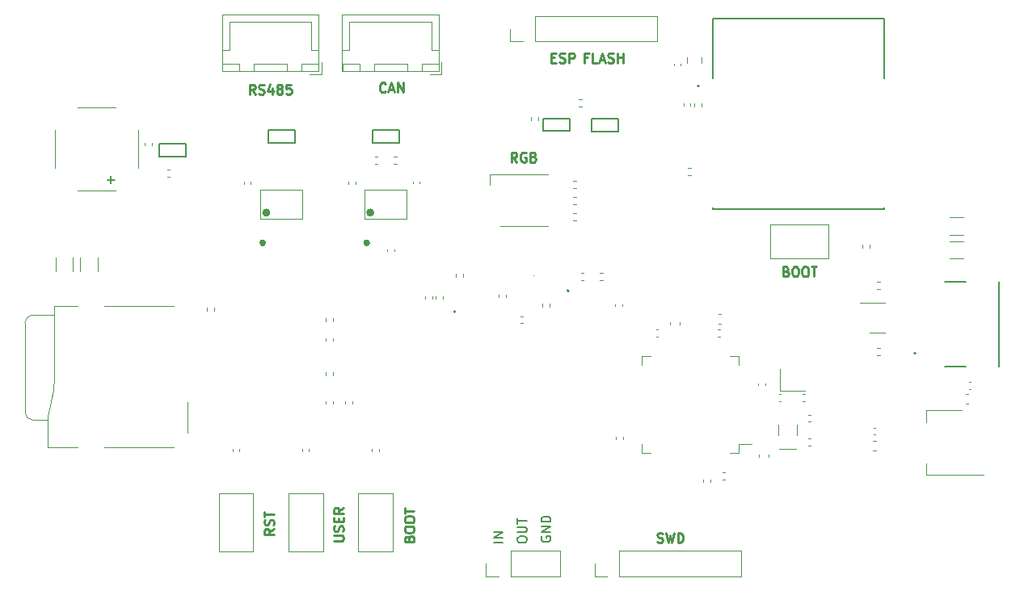
<source format=gbr>
%TF.GenerationSoftware,KiCad,Pcbnew,(7.0.0)*%
%TF.CreationDate,2023-05-17T20:16:57-03:00*%
%TF.ProjectId,d3vk1t,6433766b-3174-42e6-9b69-6361645f7063,rev?*%
%TF.SameCoordinates,Original*%
%TF.FileFunction,Legend,Top*%
%TF.FilePolarity,Positive*%
%FSLAX46Y46*%
G04 Gerber Fmt 4.6, Leading zero omitted, Abs format (unit mm)*
G04 Created by KiCad (PCBNEW (7.0.0)) date 2023-05-17 20:16:57*
%MOMM*%
%LPD*%
G01*
G04 APERTURE LIST*
%ADD10C,0.250000*%
%ADD11C,0.200000*%
%ADD12C,0.150000*%
%ADD13C,0.120000*%
%ADD14C,0.127000*%
%ADD15C,0.100000*%
%ADD16C,0.372000*%
%ADD17C,0.431000*%
%ADD18C,0.200660*%
G04 APERTURE END LIST*
D10*
X163942857Y-124819761D02*
X164085714Y-124867380D01*
X164085714Y-124867380D02*
X164323809Y-124867380D01*
X164323809Y-124867380D02*
X164419047Y-124819761D01*
X164419047Y-124819761D02*
X164466666Y-124772142D01*
X164466666Y-124772142D02*
X164514285Y-124676904D01*
X164514285Y-124676904D02*
X164514285Y-124581666D01*
X164514285Y-124581666D02*
X164466666Y-124486428D01*
X164466666Y-124486428D02*
X164419047Y-124438809D01*
X164419047Y-124438809D02*
X164323809Y-124391190D01*
X164323809Y-124391190D02*
X164133333Y-124343571D01*
X164133333Y-124343571D02*
X164038095Y-124295952D01*
X164038095Y-124295952D02*
X163990476Y-124248333D01*
X163990476Y-124248333D02*
X163942857Y-124153095D01*
X163942857Y-124153095D02*
X163942857Y-124057857D01*
X163942857Y-124057857D02*
X163990476Y-123962619D01*
X163990476Y-123962619D02*
X164038095Y-123915000D01*
X164038095Y-123915000D02*
X164133333Y-123867380D01*
X164133333Y-123867380D02*
X164371428Y-123867380D01*
X164371428Y-123867380D02*
X164514285Y-123915000D01*
X164847619Y-123867380D02*
X165085714Y-124867380D01*
X165085714Y-124867380D02*
X165276190Y-124153095D01*
X165276190Y-124153095D02*
X165466666Y-124867380D01*
X165466666Y-124867380D02*
X165704762Y-123867380D01*
X166085714Y-124867380D02*
X166085714Y-123867380D01*
X166085714Y-123867380D02*
X166323809Y-123867380D01*
X166323809Y-123867380D02*
X166466666Y-123915000D01*
X166466666Y-123915000D02*
X166561904Y-124010238D01*
X166561904Y-124010238D02*
X166609523Y-124105476D01*
X166609523Y-124105476D02*
X166657142Y-124295952D01*
X166657142Y-124295952D02*
X166657142Y-124438809D01*
X166657142Y-124438809D02*
X166609523Y-124629285D01*
X166609523Y-124629285D02*
X166561904Y-124724523D01*
X166561904Y-124724523D02*
X166466666Y-124819761D01*
X166466666Y-124819761D02*
X166323809Y-124867380D01*
X166323809Y-124867380D02*
X166085714Y-124867380D01*
X152847619Y-74043571D02*
X153180952Y-74043571D01*
X153323809Y-74567380D02*
X152847619Y-74567380D01*
X152847619Y-74567380D02*
X152847619Y-73567380D01*
X152847619Y-73567380D02*
X153323809Y-73567380D01*
X153704762Y-74519761D02*
X153847619Y-74567380D01*
X153847619Y-74567380D02*
X154085714Y-74567380D01*
X154085714Y-74567380D02*
X154180952Y-74519761D01*
X154180952Y-74519761D02*
X154228571Y-74472142D01*
X154228571Y-74472142D02*
X154276190Y-74376904D01*
X154276190Y-74376904D02*
X154276190Y-74281666D01*
X154276190Y-74281666D02*
X154228571Y-74186428D01*
X154228571Y-74186428D02*
X154180952Y-74138809D01*
X154180952Y-74138809D02*
X154085714Y-74091190D01*
X154085714Y-74091190D02*
X153895238Y-74043571D01*
X153895238Y-74043571D02*
X153800000Y-73995952D01*
X153800000Y-73995952D02*
X153752381Y-73948333D01*
X153752381Y-73948333D02*
X153704762Y-73853095D01*
X153704762Y-73853095D02*
X153704762Y-73757857D01*
X153704762Y-73757857D02*
X153752381Y-73662619D01*
X153752381Y-73662619D02*
X153800000Y-73615000D01*
X153800000Y-73615000D02*
X153895238Y-73567380D01*
X153895238Y-73567380D02*
X154133333Y-73567380D01*
X154133333Y-73567380D02*
X154276190Y-73615000D01*
X154704762Y-74567380D02*
X154704762Y-73567380D01*
X154704762Y-73567380D02*
X155085714Y-73567380D01*
X155085714Y-73567380D02*
X155180952Y-73615000D01*
X155180952Y-73615000D02*
X155228571Y-73662619D01*
X155228571Y-73662619D02*
X155276190Y-73757857D01*
X155276190Y-73757857D02*
X155276190Y-73900714D01*
X155276190Y-73900714D02*
X155228571Y-73995952D01*
X155228571Y-73995952D02*
X155180952Y-74043571D01*
X155180952Y-74043571D02*
X155085714Y-74091190D01*
X155085714Y-74091190D02*
X154704762Y-74091190D01*
X156638095Y-74043571D02*
X156304762Y-74043571D01*
X156304762Y-74567380D02*
X156304762Y-73567380D01*
X156304762Y-73567380D02*
X156780952Y-73567380D01*
X157638095Y-74567380D02*
X157161905Y-74567380D01*
X157161905Y-74567380D02*
X157161905Y-73567380D01*
X157923810Y-74281666D02*
X158400000Y-74281666D01*
X157828572Y-74567380D02*
X158161905Y-73567380D01*
X158161905Y-73567380D02*
X158495238Y-74567380D01*
X158780953Y-74519761D02*
X158923810Y-74567380D01*
X158923810Y-74567380D02*
X159161905Y-74567380D01*
X159161905Y-74567380D02*
X159257143Y-74519761D01*
X159257143Y-74519761D02*
X159304762Y-74472142D01*
X159304762Y-74472142D02*
X159352381Y-74376904D01*
X159352381Y-74376904D02*
X159352381Y-74281666D01*
X159352381Y-74281666D02*
X159304762Y-74186428D01*
X159304762Y-74186428D02*
X159257143Y-74138809D01*
X159257143Y-74138809D02*
X159161905Y-74091190D01*
X159161905Y-74091190D02*
X158971429Y-74043571D01*
X158971429Y-74043571D02*
X158876191Y-73995952D01*
X158876191Y-73995952D02*
X158828572Y-73948333D01*
X158828572Y-73948333D02*
X158780953Y-73853095D01*
X158780953Y-73853095D02*
X158780953Y-73757857D01*
X158780953Y-73757857D02*
X158828572Y-73662619D01*
X158828572Y-73662619D02*
X158876191Y-73615000D01*
X158876191Y-73615000D02*
X158971429Y-73567380D01*
X158971429Y-73567380D02*
X159209524Y-73567380D01*
X159209524Y-73567380D02*
X159352381Y-73615000D01*
X159780953Y-74567380D02*
X159780953Y-73567380D01*
X159780953Y-74043571D02*
X160352381Y-74043571D01*
X160352381Y-74567380D02*
X160352381Y-73567380D01*
X177442857Y-96443571D02*
X177585714Y-96491190D01*
X177585714Y-96491190D02*
X177633333Y-96538809D01*
X177633333Y-96538809D02*
X177680952Y-96634047D01*
X177680952Y-96634047D02*
X177680952Y-96776904D01*
X177680952Y-96776904D02*
X177633333Y-96872142D01*
X177633333Y-96872142D02*
X177585714Y-96919761D01*
X177585714Y-96919761D02*
X177490476Y-96967380D01*
X177490476Y-96967380D02*
X177109524Y-96967380D01*
X177109524Y-96967380D02*
X177109524Y-95967380D01*
X177109524Y-95967380D02*
X177442857Y-95967380D01*
X177442857Y-95967380D02*
X177538095Y-96015000D01*
X177538095Y-96015000D02*
X177585714Y-96062619D01*
X177585714Y-96062619D02*
X177633333Y-96157857D01*
X177633333Y-96157857D02*
X177633333Y-96253095D01*
X177633333Y-96253095D02*
X177585714Y-96348333D01*
X177585714Y-96348333D02*
X177538095Y-96395952D01*
X177538095Y-96395952D02*
X177442857Y-96443571D01*
X177442857Y-96443571D02*
X177109524Y-96443571D01*
X178300000Y-95967380D02*
X178490476Y-95967380D01*
X178490476Y-95967380D02*
X178585714Y-96015000D01*
X178585714Y-96015000D02*
X178680952Y-96110238D01*
X178680952Y-96110238D02*
X178728571Y-96300714D01*
X178728571Y-96300714D02*
X178728571Y-96634047D01*
X178728571Y-96634047D02*
X178680952Y-96824523D01*
X178680952Y-96824523D02*
X178585714Y-96919761D01*
X178585714Y-96919761D02*
X178490476Y-96967380D01*
X178490476Y-96967380D02*
X178300000Y-96967380D01*
X178300000Y-96967380D02*
X178204762Y-96919761D01*
X178204762Y-96919761D02*
X178109524Y-96824523D01*
X178109524Y-96824523D02*
X178061905Y-96634047D01*
X178061905Y-96634047D02*
X178061905Y-96300714D01*
X178061905Y-96300714D02*
X178109524Y-96110238D01*
X178109524Y-96110238D02*
X178204762Y-96015000D01*
X178204762Y-96015000D02*
X178300000Y-95967380D01*
X179347619Y-95967380D02*
X179538095Y-95967380D01*
X179538095Y-95967380D02*
X179633333Y-96015000D01*
X179633333Y-96015000D02*
X179728571Y-96110238D01*
X179728571Y-96110238D02*
X179776190Y-96300714D01*
X179776190Y-96300714D02*
X179776190Y-96634047D01*
X179776190Y-96634047D02*
X179728571Y-96824523D01*
X179728571Y-96824523D02*
X179633333Y-96919761D01*
X179633333Y-96919761D02*
X179538095Y-96967380D01*
X179538095Y-96967380D02*
X179347619Y-96967380D01*
X179347619Y-96967380D02*
X179252381Y-96919761D01*
X179252381Y-96919761D02*
X179157143Y-96824523D01*
X179157143Y-96824523D02*
X179109524Y-96634047D01*
X179109524Y-96634047D02*
X179109524Y-96300714D01*
X179109524Y-96300714D02*
X179157143Y-96110238D01*
X179157143Y-96110238D02*
X179252381Y-96015000D01*
X179252381Y-96015000D02*
X179347619Y-95967380D01*
X180061905Y-95967380D02*
X180633333Y-95967380D01*
X180347619Y-96967380D02*
X180347619Y-95967380D01*
X130067380Y-124714285D02*
X130876904Y-124714285D01*
X130876904Y-124714285D02*
X130972142Y-124666666D01*
X130972142Y-124666666D02*
X131019761Y-124619047D01*
X131019761Y-124619047D02*
X131067380Y-124523809D01*
X131067380Y-124523809D02*
X131067380Y-124333333D01*
X131067380Y-124333333D02*
X131019761Y-124238095D01*
X131019761Y-124238095D02*
X130972142Y-124190476D01*
X130972142Y-124190476D02*
X130876904Y-124142857D01*
X130876904Y-124142857D02*
X130067380Y-124142857D01*
X131019761Y-123714285D02*
X131067380Y-123571428D01*
X131067380Y-123571428D02*
X131067380Y-123333333D01*
X131067380Y-123333333D02*
X131019761Y-123238095D01*
X131019761Y-123238095D02*
X130972142Y-123190476D01*
X130972142Y-123190476D02*
X130876904Y-123142857D01*
X130876904Y-123142857D02*
X130781666Y-123142857D01*
X130781666Y-123142857D02*
X130686428Y-123190476D01*
X130686428Y-123190476D02*
X130638809Y-123238095D01*
X130638809Y-123238095D02*
X130591190Y-123333333D01*
X130591190Y-123333333D02*
X130543571Y-123523809D01*
X130543571Y-123523809D02*
X130495952Y-123619047D01*
X130495952Y-123619047D02*
X130448333Y-123666666D01*
X130448333Y-123666666D02*
X130353095Y-123714285D01*
X130353095Y-123714285D02*
X130257857Y-123714285D01*
X130257857Y-123714285D02*
X130162619Y-123666666D01*
X130162619Y-123666666D02*
X130115000Y-123619047D01*
X130115000Y-123619047D02*
X130067380Y-123523809D01*
X130067380Y-123523809D02*
X130067380Y-123285714D01*
X130067380Y-123285714D02*
X130115000Y-123142857D01*
X130543571Y-122714285D02*
X130543571Y-122380952D01*
X131067380Y-122238095D02*
X131067380Y-122714285D01*
X131067380Y-122714285D02*
X130067380Y-122714285D01*
X130067380Y-122714285D02*
X130067380Y-122238095D01*
X131067380Y-121238095D02*
X130591190Y-121571428D01*
X131067380Y-121809523D02*
X130067380Y-121809523D01*
X130067380Y-121809523D02*
X130067380Y-121428571D01*
X130067380Y-121428571D02*
X130115000Y-121333333D01*
X130115000Y-121333333D02*
X130162619Y-121285714D01*
X130162619Y-121285714D02*
X130257857Y-121238095D01*
X130257857Y-121238095D02*
X130400714Y-121238095D01*
X130400714Y-121238095D02*
X130495952Y-121285714D01*
X130495952Y-121285714D02*
X130543571Y-121333333D01*
X130543571Y-121333333D02*
X130591190Y-121428571D01*
X130591190Y-121428571D02*
X130591190Y-121809523D01*
D11*
X147782380Y-124861904D02*
X146782380Y-124861904D01*
X147782380Y-124385714D02*
X146782380Y-124385714D01*
X146782380Y-124385714D02*
X147782380Y-123814286D01*
X147782380Y-123814286D02*
X146782380Y-123814286D01*
D10*
X137943571Y-124457142D02*
X137991190Y-124314285D01*
X137991190Y-124314285D02*
X138038809Y-124266666D01*
X138038809Y-124266666D02*
X138134047Y-124219047D01*
X138134047Y-124219047D02*
X138276904Y-124219047D01*
X138276904Y-124219047D02*
X138372142Y-124266666D01*
X138372142Y-124266666D02*
X138419761Y-124314285D01*
X138419761Y-124314285D02*
X138467380Y-124409523D01*
X138467380Y-124409523D02*
X138467380Y-124790475D01*
X138467380Y-124790475D02*
X137467380Y-124790475D01*
X137467380Y-124790475D02*
X137467380Y-124457142D01*
X137467380Y-124457142D02*
X137515000Y-124361904D01*
X137515000Y-124361904D02*
X137562619Y-124314285D01*
X137562619Y-124314285D02*
X137657857Y-124266666D01*
X137657857Y-124266666D02*
X137753095Y-124266666D01*
X137753095Y-124266666D02*
X137848333Y-124314285D01*
X137848333Y-124314285D02*
X137895952Y-124361904D01*
X137895952Y-124361904D02*
X137943571Y-124457142D01*
X137943571Y-124457142D02*
X137943571Y-124790475D01*
X137467380Y-123599999D02*
X137467380Y-123409523D01*
X137467380Y-123409523D02*
X137515000Y-123314285D01*
X137515000Y-123314285D02*
X137610238Y-123219047D01*
X137610238Y-123219047D02*
X137800714Y-123171428D01*
X137800714Y-123171428D02*
X138134047Y-123171428D01*
X138134047Y-123171428D02*
X138324523Y-123219047D01*
X138324523Y-123219047D02*
X138419761Y-123314285D01*
X138419761Y-123314285D02*
X138467380Y-123409523D01*
X138467380Y-123409523D02*
X138467380Y-123599999D01*
X138467380Y-123599999D02*
X138419761Y-123695237D01*
X138419761Y-123695237D02*
X138324523Y-123790475D01*
X138324523Y-123790475D02*
X138134047Y-123838094D01*
X138134047Y-123838094D02*
X137800714Y-123838094D01*
X137800714Y-123838094D02*
X137610238Y-123790475D01*
X137610238Y-123790475D02*
X137515000Y-123695237D01*
X137515000Y-123695237D02*
X137467380Y-123599999D01*
X137467380Y-122552380D02*
X137467380Y-122361904D01*
X137467380Y-122361904D02*
X137515000Y-122266666D01*
X137515000Y-122266666D02*
X137610238Y-122171428D01*
X137610238Y-122171428D02*
X137800714Y-122123809D01*
X137800714Y-122123809D02*
X138134047Y-122123809D01*
X138134047Y-122123809D02*
X138324523Y-122171428D01*
X138324523Y-122171428D02*
X138419761Y-122266666D01*
X138419761Y-122266666D02*
X138467380Y-122361904D01*
X138467380Y-122361904D02*
X138467380Y-122552380D01*
X138467380Y-122552380D02*
X138419761Y-122647618D01*
X138419761Y-122647618D02*
X138324523Y-122742856D01*
X138324523Y-122742856D02*
X138134047Y-122790475D01*
X138134047Y-122790475D02*
X137800714Y-122790475D01*
X137800714Y-122790475D02*
X137610238Y-122742856D01*
X137610238Y-122742856D02*
X137515000Y-122647618D01*
X137515000Y-122647618D02*
X137467380Y-122552380D01*
X137467380Y-121838094D02*
X137467380Y-121266666D01*
X138467380Y-121552380D02*
X137467380Y-121552380D01*
X123767380Y-123447619D02*
X123291190Y-123780952D01*
X123767380Y-124019047D02*
X122767380Y-124019047D01*
X122767380Y-124019047D02*
X122767380Y-123638095D01*
X122767380Y-123638095D02*
X122815000Y-123542857D01*
X122815000Y-123542857D02*
X122862619Y-123495238D01*
X122862619Y-123495238D02*
X122957857Y-123447619D01*
X122957857Y-123447619D02*
X123100714Y-123447619D01*
X123100714Y-123447619D02*
X123195952Y-123495238D01*
X123195952Y-123495238D02*
X123243571Y-123542857D01*
X123243571Y-123542857D02*
X123291190Y-123638095D01*
X123291190Y-123638095D02*
X123291190Y-124019047D01*
X123719761Y-123066666D02*
X123767380Y-122923809D01*
X123767380Y-122923809D02*
X123767380Y-122685714D01*
X123767380Y-122685714D02*
X123719761Y-122590476D01*
X123719761Y-122590476D02*
X123672142Y-122542857D01*
X123672142Y-122542857D02*
X123576904Y-122495238D01*
X123576904Y-122495238D02*
X123481666Y-122495238D01*
X123481666Y-122495238D02*
X123386428Y-122542857D01*
X123386428Y-122542857D02*
X123338809Y-122590476D01*
X123338809Y-122590476D02*
X123291190Y-122685714D01*
X123291190Y-122685714D02*
X123243571Y-122876190D01*
X123243571Y-122876190D02*
X123195952Y-122971428D01*
X123195952Y-122971428D02*
X123148333Y-123019047D01*
X123148333Y-123019047D02*
X123053095Y-123066666D01*
X123053095Y-123066666D02*
X122957857Y-123066666D01*
X122957857Y-123066666D02*
X122862619Y-123019047D01*
X122862619Y-123019047D02*
X122815000Y-122971428D01*
X122815000Y-122971428D02*
X122767380Y-122876190D01*
X122767380Y-122876190D02*
X122767380Y-122638095D01*
X122767380Y-122638095D02*
X122815000Y-122495238D01*
X122767380Y-122209523D02*
X122767380Y-121638095D01*
X123767380Y-121923809D02*
X122767380Y-121923809D01*
D11*
X149282380Y-124671428D02*
X149282380Y-124480952D01*
X149282380Y-124480952D02*
X149330000Y-124385714D01*
X149330000Y-124385714D02*
X149425238Y-124290476D01*
X149425238Y-124290476D02*
X149615714Y-124242857D01*
X149615714Y-124242857D02*
X149949047Y-124242857D01*
X149949047Y-124242857D02*
X150139523Y-124290476D01*
X150139523Y-124290476D02*
X150234761Y-124385714D01*
X150234761Y-124385714D02*
X150282380Y-124480952D01*
X150282380Y-124480952D02*
X150282380Y-124671428D01*
X150282380Y-124671428D02*
X150234761Y-124766666D01*
X150234761Y-124766666D02*
X150139523Y-124861904D01*
X150139523Y-124861904D02*
X149949047Y-124909523D01*
X149949047Y-124909523D02*
X149615714Y-124909523D01*
X149615714Y-124909523D02*
X149425238Y-124861904D01*
X149425238Y-124861904D02*
X149330000Y-124766666D01*
X149330000Y-124766666D02*
X149282380Y-124671428D01*
X149282380Y-123814285D02*
X150091904Y-123814285D01*
X150091904Y-123814285D02*
X150187142Y-123766666D01*
X150187142Y-123766666D02*
X150234761Y-123719047D01*
X150234761Y-123719047D02*
X150282380Y-123623809D01*
X150282380Y-123623809D02*
X150282380Y-123433333D01*
X150282380Y-123433333D02*
X150234761Y-123338095D01*
X150234761Y-123338095D02*
X150187142Y-123290476D01*
X150187142Y-123290476D02*
X150091904Y-123242857D01*
X150091904Y-123242857D02*
X149282380Y-123242857D01*
X149282380Y-122909523D02*
X149282380Y-122338095D01*
X150282380Y-122623809D02*
X149282380Y-122623809D01*
X151830000Y-124238095D02*
X151782380Y-124333333D01*
X151782380Y-124333333D02*
X151782380Y-124476190D01*
X151782380Y-124476190D02*
X151830000Y-124619047D01*
X151830000Y-124619047D02*
X151925238Y-124714285D01*
X151925238Y-124714285D02*
X152020476Y-124761904D01*
X152020476Y-124761904D02*
X152210952Y-124809523D01*
X152210952Y-124809523D02*
X152353809Y-124809523D01*
X152353809Y-124809523D02*
X152544285Y-124761904D01*
X152544285Y-124761904D02*
X152639523Y-124714285D01*
X152639523Y-124714285D02*
X152734761Y-124619047D01*
X152734761Y-124619047D02*
X152782380Y-124476190D01*
X152782380Y-124476190D02*
X152782380Y-124380952D01*
X152782380Y-124380952D02*
X152734761Y-124238095D01*
X152734761Y-124238095D02*
X152687142Y-124190476D01*
X152687142Y-124190476D02*
X152353809Y-124190476D01*
X152353809Y-124190476D02*
X152353809Y-124380952D01*
X152782380Y-123761904D02*
X151782380Y-123761904D01*
X151782380Y-123761904D02*
X152782380Y-123190476D01*
X152782380Y-123190476D02*
X151782380Y-123190476D01*
X152782380Y-122714285D02*
X151782380Y-122714285D01*
X151782380Y-122714285D02*
X151782380Y-122476190D01*
X151782380Y-122476190D02*
X151830000Y-122333333D01*
X151830000Y-122333333D02*
X151925238Y-122238095D01*
X151925238Y-122238095D02*
X152020476Y-122190476D01*
X152020476Y-122190476D02*
X152210952Y-122142857D01*
X152210952Y-122142857D02*
X152353809Y-122142857D01*
X152353809Y-122142857D02*
X152544285Y-122190476D01*
X152544285Y-122190476D02*
X152639523Y-122238095D01*
X152639523Y-122238095D02*
X152734761Y-122333333D01*
X152734761Y-122333333D02*
X152782380Y-122476190D01*
X152782380Y-122476190D02*
X152782380Y-122714285D01*
D10*
X121804761Y-77867380D02*
X121471428Y-77391190D01*
X121233333Y-77867380D02*
X121233333Y-76867380D01*
X121233333Y-76867380D02*
X121614285Y-76867380D01*
X121614285Y-76867380D02*
X121709523Y-76915000D01*
X121709523Y-76915000D02*
X121757142Y-76962619D01*
X121757142Y-76962619D02*
X121804761Y-77057857D01*
X121804761Y-77057857D02*
X121804761Y-77200714D01*
X121804761Y-77200714D02*
X121757142Y-77295952D01*
X121757142Y-77295952D02*
X121709523Y-77343571D01*
X121709523Y-77343571D02*
X121614285Y-77391190D01*
X121614285Y-77391190D02*
X121233333Y-77391190D01*
X122185714Y-77819761D02*
X122328571Y-77867380D01*
X122328571Y-77867380D02*
X122566666Y-77867380D01*
X122566666Y-77867380D02*
X122661904Y-77819761D01*
X122661904Y-77819761D02*
X122709523Y-77772142D01*
X122709523Y-77772142D02*
X122757142Y-77676904D01*
X122757142Y-77676904D02*
X122757142Y-77581666D01*
X122757142Y-77581666D02*
X122709523Y-77486428D01*
X122709523Y-77486428D02*
X122661904Y-77438809D01*
X122661904Y-77438809D02*
X122566666Y-77391190D01*
X122566666Y-77391190D02*
X122376190Y-77343571D01*
X122376190Y-77343571D02*
X122280952Y-77295952D01*
X122280952Y-77295952D02*
X122233333Y-77248333D01*
X122233333Y-77248333D02*
X122185714Y-77153095D01*
X122185714Y-77153095D02*
X122185714Y-77057857D01*
X122185714Y-77057857D02*
X122233333Y-76962619D01*
X122233333Y-76962619D02*
X122280952Y-76915000D01*
X122280952Y-76915000D02*
X122376190Y-76867380D01*
X122376190Y-76867380D02*
X122614285Y-76867380D01*
X122614285Y-76867380D02*
X122757142Y-76915000D01*
X123614285Y-77200714D02*
X123614285Y-77867380D01*
X123376190Y-76819761D02*
X123138095Y-77534047D01*
X123138095Y-77534047D02*
X123757142Y-77534047D01*
X124280952Y-77295952D02*
X124185714Y-77248333D01*
X124185714Y-77248333D02*
X124138095Y-77200714D01*
X124138095Y-77200714D02*
X124090476Y-77105476D01*
X124090476Y-77105476D02*
X124090476Y-77057857D01*
X124090476Y-77057857D02*
X124138095Y-76962619D01*
X124138095Y-76962619D02*
X124185714Y-76915000D01*
X124185714Y-76915000D02*
X124280952Y-76867380D01*
X124280952Y-76867380D02*
X124471428Y-76867380D01*
X124471428Y-76867380D02*
X124566666Y-76915000D01*
X124566666Y-76915000D02*
X124614285Y-76962619D01*
X124614285Y-76962619D02*
X124661904Y-77057857D01*
X124661904Y-77057857D02*
X124661904Y-77105476D01*
X124661904Y-77105476D02*
X124614285Y-77200714D01*
X124614285Y-77200714D02*
X124566666Y-77248333D01*
X124566666Y-77248333D02*
X124471428Y-77295952D01*
X124471428Y-77295952D02*
X124280952Y-77295952D01*
X124280952Y-77295952D02*
X124185714Y-77343571D01*
X124185714Y-77343571D02*
X124138095Y-77391190D01*
X124138095Y-77391190D02*
X124090476Y-77486428D01*
X124090476Y-77486428D02*
X124090476Y-77676904D01*
X124090476Y-77676904D02*
X124138095Y-77772142D01*
X124138095Y-77772142D02*
X124185714Y-77819761D01*
X124185714Y-77819761D02*
X124280952Y-77867380D01*
X124280952Y-77867380D02*
X124471428Y-77867380D01*
X124471428Y-77867380D02*
X124566666Y-77819761D01*
X124566666Y-77819761D02*
X124614285Y-77772142D01*
X124614285Y-77772142D02*
X124661904Y-77676904D01*
X124661904Y-77676904D02*
X124661904Y-77486428D01*
X124661904Y-77486428D02*
X124614285Y-77391190D01*
X124614285Y-77391190D02*
X124566666Y-77343571D01*
X124566666Y-77343571D02*
X124471428Y-77295952D01*
X125566666Y-76867380D02*
X125090476Y-76867380D01*
X125090476Y-76867380D02*
X125042857Y-77343571D01*
X125042857Y-77343571D02*
X125090476Y-77295952D01*
X125090476Y-77295952D02*
X125185714Y-77248333D01*
X125185714Y-77248333D02*
X125423809Y-77248333D01*
X125423809Y-77248333D02*
X125519047Y-77295952D01*
X125519047Y-77295952D02*
X125566666Y-77343571D01*
X125566666Y-77343571D02*
X125614285Y-77438809D01*
X125614285Y-77438809D02*
X125614285Y-77676904D01*
X125614285Y-77676904D02*
X125566666Y-77772142D01*
X125566666Y-77772142D02*
X125519047Y-77819761D01*
X125519047Y-77819761D02*
X125423809Y-77867380D01*
X125423809Y-77867380D02*
X125185714Y-77867380D01*
X125185714Y-77867380D02*
X125090476Y-77819761D01*
X125090476Y-77819761D02*
X125042857Y-77772142D01*
X149209523Y-84967380D02*
X148876190Y-84491190D01*
X148638095Y-84967380D02*
X148638095Y-83967380D01*
X148638095Y-83967380D02*
X149019047Y-83967380D01*
X149019047Y-83967380D02*
X149114285Y-84015000D01*
X149114285Y-84015000D02*
X149161904Y-84062619D01*
X149161904Y-84062619D02*
X149209523Y-84157857D01*
X149209523Y-84157857D02*
X149209523Y-84300714D01*
X149209523Y-84300714D02*
X149161904Y-84395952D01*
X149161904Y-84395952D02*
X149114285Y-84443571D01*
X149114285Y-84443571D02*
X149019047Y-84491190D01*
X149019047Y-84491190D02*
X148638095Y-84491190D01*
X150161904Y-84015000D02*
X150066666Y-83967380D01*
X150066666Y-83967380D02*
X149923809Y-83967380D01*
X149923809Y-83967380D02*
X149780952Y-84015000D01*
X149780952Y-84015000D02*
X149685714Y-84110238D01*
X149685714Y-84110238D02*
X149638095Y-84205476D01*
X149638095Y-84205476D02*
X149590476Y-84395952D01*
X149590476Y-84395952D02*
X149590476Y-84538809D01*
X149590476Y-84538809D02*
X149638095Y-84729285D01*
X149638095Y-84729285D02*
X149685714Y-84824523D01*
X149685714Y-84824523D02*
X149780952Y-84919761D01*
X149780952Y-84919761D02*
X149923809Y-84967380D01*
X149923809Y-84967380D02*
X150019047Y-84967380D01*
X150019047Y-84967380D02*
X150161904Y-84919761D01*
X150161904Y-84919761D02*
X150209523Y-84872142D01*
X150209523Y-84872142D02*
X150209523Y-84538809D01*
X150209523Y-84538809D02*
X150019047Y-84538809D01*
X150971428Y-84443571D02*
X151114285Y-84491190D01*
X151114285Y-84491190D02*
X151161904Y-84538809D01*
X151161904Y-84538809D02*
X151209523Y-84634047D01*
X151209523Y-84634047D02*
X151209523Y-84776904D01*
X151209523Y-84776904D02*
X151161904Y-84872142D01*
X151161904Y-84872142D02*
X151114285Y-84919761D01*
X151114285Y-84919761D02*
X151019047Y-84967380D01*
X151019047Y-84967380D02*
X150638095Y-84967380D01*
X150638095Y-84967380D02*
X150638095Y-83967380D01*
X150638095Y-83967380D02*
X150971428Y-83967380D01*
X150971428Y-83967380D02*
X151066666Y-84015000D01*
X151066666Y-84015000D02*
X151114285Y-84062619D01*
X151114285Y-84062619D02*
X151161904Y-84157857D01*
X151161904Y-84157857D02*
X151161904Y-84253095D01*
X151161904Y-84253095D02*
X151114285Y-84348333D01*
X151114285Y-84348333D02*
X151066666Y-84395952D01*
X151066666Y-84395952D02*
X150971428Y-84443571D01*
X150971428Y-84443571D02*
X150638095Y-84443571D01*
X135457142Y-77572142D02*
X135409523Y-77619761D01*
X135409523Y-77619761D02*
X135266666Y-77667380D01*
X135266666Y-77667380D02*
X135171428Y-77667380D01*
X135171428Y-77667380D02*
X135028571Y-77619761D01*
X135028571Y-77619761D02*
X134933333Y-77524523D01*
X134933333Y-77524523D02*
X134885714Y-77429285D01*
X134885714Y-77429285D02*
X134838095Y-77238809D01*
X134838095Y-77238809D02*
X134838095Y-77095952D01*
X134838095Y-77095952D02*
X134885714Y-76905476D01*
X134885714Y-76905476D02*
X134933333Y-76810238D01*
X134933333Y-76810238D02*
X135028571Y-76715000D01*
X135028571Y-76715000D02*
X135171428Y-76667380D01*
X135171428Y-76667380D02*
X135266666Y-76667380D01*
X135266666Y-76667380D02*
X135409523Y-76715000D01*
X135409523Y-76715000D02*
X135457142Y-76762619D01*
X135838095Y-77381666D02*
X136314285Y-77381666D01*
X135742857Y-77667380D02*
X136076190Y-76667380D01*
X136076190Y-76667380D02*
X136409523Y-77667380D01*
X136742857Y-77667380D02*
X136742857Y-76667380D01*
X136742857Y-76667380D02*
X137314285Y-77667380D01*
X137314285Y-77667380D02*
X137314285Y-76667380D01*
D12*
%TO.C,BZ1*%
X106686428Y-87230951D02*
X106686428Y-86469047D01*
X107067380Y-86849999D02*
X106305476Y-86849999D01*
D13*
%TO.C,J1*%
X145990000Y-128430000D02*
X145990000Y-127100000D01*
X147320000Y-128430000D02*
X145990000Y-128430000D01*
X148590000Y-128430000D02*
X153730000Y-128430000D01*
X148590000Y-128430000D02*
X148590000Y-125770000D01*
X153730000Y-128430000D02*
X153730000Y-125770000D01*
X148590000Y-125770000D02*
X153730000Y-125770000D01*
%TO.C,C28*%
X179407836Y-110060000D02*
X179192164Y-110060000D01*
X179407836Y-109340000D02*
X179192164Y-109340000D01*
%TO.C,R3*%
X168596608Y-78852913D02*
X168596608Y-79160195D01*
X167836608Y-78852913D02*
X167836608Y-79160195D01*
D14*
%TO.C,U1*%
X169750000Y-69900000D02*
X169750000Y-76230000D01*
X169750000Y-89900000D02*
X169750000Y-89770000D01*
X169750000Y-89900000D02*
X187750000Y-89900000D01*
X187750000Y-69900000D02*
X169750000Y-69900000D01*
X187750000Y-76230000D02*
X187750000Y-69900000D01*
X187750000Y-89900000D02*
X187750000Y-89770000D01*
D11*
X168350000Y-77000000D02*
G75*
G03*
X168350000Y-77000000I-100000J0D01*
G01*
D13*
%TO.C,C3*%
X159640000Y-114007836D02*
X159640000Y-113792164D01*
X160360000Y-114007836D02*
X160360000Y-113792164D01*
%TO.C,C23*%
X186787836Y-113560000D02*
X186572164Y-113560000D01*
X186787836Y-112840000D02*
X186572164Y-112840000D01*
%TO.C,C4*%
X175260000Y-108192164D02*
X175260000Y-108407836D01*
X174540000Y-108192164D02*
X174540000Y-108407836D01*
%TO.C,D1*%
X146400000Y-86300000D02*
X152500000Y-86300000D01*
X146400000Y-87400000D02*
X146400000Y-86300000D01*
X152500000Y-91700000D02*
X147500000Y-91700000D01*
%TO.C,C18*%
X140740000Y-99295336D02*
X140740000Y-99079664D01*
X141460000Y-99295336D02*
X141460000Y-99079664D01*
%TO.C,SW1*%
X175740000Y-91490000D02*
X181860000Y-91490000D01*
X175740000Y-95110000D02*
X175740000Y-91490000D01*
X181860000Y-91490000D02*
X181860000Y-95110000D01*
X181860000Y-95110000D02*
X175740000Y-95110000D01*
%TO.C,SW4*%
X132590000Y-125860000D02*
X132590000Y-119740000D01*
X136210000Y-125860000D02*
X132590000Y-125860000D01*
X132590000Y-119740000D02*
X136210000Y-119740000D01*
X136210000Y-119740000D02*
X136210000Y-125860000D01*
%TO.C,IC7*%
X187000000Y-99740000D02*
X185200000Y-99740000D01*
X187000000Y-99740000D02*
X187800000Y-99740000D01*
X187000000Y-102860000D02*
X186200000Y-102860000D01*
X187000000Y-102860000D02*
X187800000Y-102860000D01*
%TO.C,R22*%
X136336359Y-84410500D02*
X136643641Y-84410500D01*
X136336359Y-85170500D02*
X136643641Y-85170500D01*
%TO.C,C16*%
X149621119Y-101145870D02*
X149836791Y-101145870D01*
X149621119Y-101865870D02*
X149836791Y-101865870D01*
D15*
%TO.C,IC5*%
X133241000Y-90923000D02*
X133495000Y-90923000D01*
X133495000Y-90923000D02*
X137686000Y-90923000D01*
X137686000Y-90923000D02*
X137686000Y-87875000D01*
X133241000Y-87875000D02*
X133241000Y-90923000D01*
X137686000Y-87875000D02*
X133241000Y-87875000D01*
D16*
X133681000Y-93463000D02*
G75*
G03*
X133681000Y-93463000I-186000J0D01*
G01*
D17*
X134091500Y-90288000D02*
G75*
G03*
X134091500Y-90288000I-215500J0D01*
G01*
D13*
%TO.C,R23*%
X131980000Y-110046359D02*
X131980000Y-110353641D01*
X131220000Y-110046359D02*
X131220000Y-110353641D01*
%TO.C,R18*%
X155146359Y-86920000D02*
X155453641Y-86920000D01*
X155146359Y-87680000D02*
X155453641Y-87680000D01*
%TO.C,IC1*%
X172510000Y-115510000D02*
X172510000Y-114560000D01*
X172510000Y-114560000D02*
X173850000Y-114560000D01*
X172510000Y-105290000D02*
X172510000Y-106240000D01*
X171560000Y-115510000D02*
X172510000Y-115510000D01*
X171560000Y-105290000D02*
X172510000Y-105290000D01*
X163240000Y-115510000D02*
X162290000Y-115510000D01*
X163240000Y-105290000D02*
X162290000Y-105290000D01*
X162290000Y-115510000D02*
X162290000Y-114560000D01*
X162290000Y-105290000D02*
X162290000Y-106240000D01*
%TO.C,C11*%
X167065000Y-74561252D02*
X167065000Y-74038748D01*
X168535000Y-74561252D02*
X168535000Y-74038748D01*
%TO.C,R4*%
X186177944Y-93658815D02*
X186177944Y-93966097D01*
X185417944Y-93658815D02*
X185417944Y-93966097D01*
%TO.C,C14*%
X100890000Y-96411252D02*
X100890000Y-94988748D01*
X102710000Y-96411252D02*
X102710000Y-94988748D01*
%TO.C,Y2*%
X176750000Y-106650000D02*
X176750000Y-108950000D01*
X176750000Y-108950000D02*
X179450000Y-108950000D01*
%TO.C,R6*%
X194545084Y-93290000D02*
X195999212Y-93290000D01*
X194545084Y-95110000D02*
X195999212Y-95110000D01*
%TO.C,R11*%
X142864664Y-97021999D02*
X142864664Y-96714717D01*
X143624664Y-97021999D02*
X143624664Y-96714717D01*
%TO.C,SW3*%
X125290000Y-125860000D02*
X125290000Y-119740000D01*
X128910000Y-125860000D02*
X125290000Y-125860000D01*
X125290000Y-119740000D02*
X128910000Y-119740000D01*
X128910000Y-119740000D02*
X128910000Y-125860000D01*
%TO.C,C20*%
X196807836Y-108760000D02*
X196592164Y-108760000D01*
X196807836Y-108040000D02*
X196592164Y-108040000D01*
D18*
%TO.C,D2*%
X136899540Y-82940740D02*
X134100460Y-82940740D01*
X136899540Y-81640260D02*
X136899540Y-82940740D01*
X134100460Y-82940740D02*
X134100460Y-81640260D01*
X134100460Y-81640260D02*
X136899540Y-81640260D01*
D13*
%TO.C,R21*%
X134336359Y-84410500D02*
X134643641Y-84410500D01*
X134336359Y-85170500D02*
X134643641Y-85170500D01*
%TO.C,C27*%
X120648409Y-87255913D02*
X120648409Y-87040241D01*
X121368409Y-87255913D02*
X121368409Y-87040241D01*
D11*
%TO.C,IC4*%
X142800000Y-100687500D02*
G75*
G03*
X142800000Y-100687500I-100000J0D01*
G01*
D13*
%TO.C,C1*%
X170292164Y-102540000D02*
X170507836Y-102540000D01*
X170292164Y-103260000D02*
X170507836Y-103260000D01*
%TO.C,C26*%
X138330996Y-87251775D02*
X138330996Y-87036103D01*
X139050996Y-87251775D02*
X139050996Y-87036103D01*
%TO.C,C31*%
X179792164Y-111490546D02*
X180007836Y-111490546D01*
X179792164Y-112210546D02*
X180007836Y-112210546D01*
%TO.C,Y1*%
X176700000Y-115050000D02*
X178500000Y-115050000D01*
X176650000Y-113650000D02*
X176650000Y-112550000D01*
X178550000Y-113650000D02*
X178550000Y-112550000D01*
%TO.C,C25*%
X135671490Y-94357311D02*
X135671490Y-94141639D01*
X136391490Y-94357311D02*
X136391490Y-94141639D01*
%TO.C,C8*%
X165290000Y-102065580D02*
X165290000Y-101784420D01*
X166310000Y-102065580D02*
X166310000Y-101784420D01*
%TO.C,C12*%
X167393263Y-78869654D02*
X167393263Y-79085326D01*
X166673263Y-78869654D02*
X166673263Y-79085326D01*
%TO.C,C6*%
X175610000Y-115659420D02*
X175610000Y-115940580D01*
X174590000Y-115659420D02*
X174590000Y-115940580D01*
%TO.C,J4*%
X141350000Y-75750000D02*
X141350000Y-74500000D01*
X141060000Y-75460000D02*
X141060000Y-69490000D01*
X141060000Y-69490000D02*
X130940000Y-69490000D01*
X141050000Y-75450000D02*
X141050000Y-74700000D01*
X141050000Y-74700000D02*
X139250000Y-74700000D01*
X141050000Y-73200000D02*
X140300000Y-73200000D01*
X140300000Y-73200000D02*
X140300000Y-70250000D01*
X140300000Y-70250000D02*
X136000000Y-70250000D01*
X140100000Y-75750000D02*
X141350000Y-75750000D01*
X139250000Y-75450000D02*
X141050000Y-75450000D01*
X139250000Y-74700000D02*
X139250000Y-75450000D01*
X137750000Y-75450000D02*
X137750000Y-74700000D01*
X137750000Y-74700000D02*
X134250000Y-74700000D01*
X134250000Y-75450000D02*
X137750000Y-75450000D01*
X134250000Y-74700000D02*
X134250000Y-75450000D01*
X132750000Y-75450000D02*
X132750000Y-74700000D01*
X132750000Y-74700000D02*
X130950000Y-74700000D01*
X131700000Y-73200000D02*
X131700000Y-70250000D01*
X131700000Y-70250000D02*
X136000000Y-70250000D01*
X130950000Y-75450000D02*
X132750000Y-75450000D01*
X130950000Y-74700000D02*
X130950000Y-75450000D01*
X130950000Y-73200000D02*
X131700000Y-73200000D01*
X130940000Y-75460000D02*
X141060000Y-75460000D01*
X130940000Y-69490000D02*
X130940000Y-75460000D01*
%TO.C,R5*%
X167443330Y-86383800D02*
X167136048Y-86383800D01*
X167443330Y-85623800D02*
X167136048Y-85623800D01*
D14*
%TO.C,X1*%
X196300000Y-106470000D02*
X194100000Y-106470000D01*
X199770000Y-106470000D02*
X199770000Y-97530000D01*
X196300000Y-97530000D02*
X194100000Y-97530000D01*
D11*
X191020000Y-105048000D02*
G75*
G03*
X191020000Y-105048000I-100000J0D01*
G01*
D13*
%TO.C,C2*%
X171007836Y-118260000D02*
X170792164Y-118260000D01*
X171007836Y-117540000D02*
X170792164Y-117540000D01*
%TO.C,R24*%
X129220000Y-107343641D02*
X129220000Y-107036359D01*
X129980000Y-107343641D02*
X129980000Y-107036359D01*
D15*
%TO.C,IC6*%
X122341000Y-90923000D02*
X122595000Y-90923000D01*
X122595000Y-90923000D02*
X126786000Y-90923000D01*
X126786000Y-90923000D02*
X126786000Y-87875000D01*
X122341000Y-87875000D02*
X122341000Y-90923000D01*
X126786000Y-87875000D02*
X122341000Y-87875000D01*
D16*
X122781000Y-93463000D02*
G75*
G03*
X122781000Y-93463000I-186000J0D01*
G01*
D17*
X123191500Y-90288000D02*
G75*
G03*
X123191500Y-90288000I-215500J0D01*
G01*
D18*
%TO.C,Q2*%
X154754543Y-81740198D02*
X151955463Y-81740198D01*
X154754543Y-80439718D02*
X154754543Y-81740198D01*
X151955463Y-81740198D02*
X151955463Y-80439718D01*
X151955463Y-80439718D02*
X154754543Y-80439718D01*
D13*
%TO.C,C17*%
X148060000Y-98892164D02*
X148060000Y-99107836D01*
X147340000Y-98892164D02*
X147340000Y-99107836D01*
%TO.C,C5*%
X163792164Y-102540000D02*
X164007836Y-102540000D01*
X163792164Y-103260000D02*
X164007836Y-103260000D01*
%TO.C,C22*%
X196540580Y-110310000D02*
X196259420Y-110310000D01*
X196540580Y-109290000D02*
X196259420Y-109290000D01*
D18*
%TO.C,Q1*%
X159833759Y-81750240D02*
X157034679Y-81750240D01*
X159833759Y-80449760D02*
X159833759Y-81750240D01*
X157034679Y-81750240D02*
X157034679Y-80449760D01*
X157034679Y-80449760D02*
X159833759Y-80449760D01*
D13*
%TO.C,C32*%
X134040000Y-115307836D02*
X134040000Y-115092164D01*
X134760000Y-115307836D02*
X134760000Y-115092164D01*
%TO.C,J3*%
X148520000Y-72330000D02*
X148520000Y-71000000D01*
X149850000Y-72330000D02*
X148520000Y-72330000D01*
X151120000Y-72330000D02*
X163880000Y-72330000D01*
X151120000Y-72330000D02*
X151120000Y-69670000D01*
X163880000Y-72330000D02*
X163880000Y-69670000D01*
X151120000Y-69670000D02*
X163880000Y-69670000D01*
%TO.C,R20*%
X155146359Y-90320000D02*
X155453641Y-90320000D01*
X155146359Y-91080000D02*
X155453641Y-91080000D01*
%TO.C,R9*%
X105310000Y-94972936D02*
X105310000Y-96427064D01*
X103490000Y-94972936D02*
X103490000Y-96427064D01*
%TO.C,C15*%
X126740000Y-115307836D02*
X126740000Y-115092164D01*
X127460000Y-115307836D02*
X127460000Y-115092164D01*
%TO.C,R27*%
X129220000Y-101653641D02*
X129220000Y-101346359D01*
X129980000Y-101653641D02*
X129980000Y-101346359D01*
%TO.C,C19*%
X139640000Y-99315336D02*
X139640000Y-99099664D01*
X140360000Y-99315336D02*
X140360000Y-99099664D01*
D11*
%TO.C,IC3*%
X154682500Y-98500000D02*
G75*
G03*
X154682500Y-98500000I-100000J0D01*
G01*
D13*
%TO.C,X2*%
X106000000Y-100075000D02*
X113250000Y-100075000D01*
X100750000Y-100075000D02*
X103200000Y-100075000D01*
X100750000Y-101025000D02*
X98500000Y-101025000D01*
X97700000Y-101825000D02*
X97700000Y-111225000D01*
X100750000Y-107575000D02*
X100750000Y-100075000D01*
X100650000Y-108875000D02*
X100750000Y-107575000D01*
X100450000Y-110075000D02*
X100650000Y-108875000D01*
X100050000Y-111675000D02*
X100450000Y-110075000D01*
X100050000Y-112025000D02*
X98500000Y-112025000D01*
X114750000Y-113375000D02*
X114750000Y-110175000D01*
X106000000Y-114925000D02*
X113300000Y-114925000D01*
X103200000Y-114925000D02*
X100050000Y-114925000D01*
X100050000Y-114925000D02*
X100050000Y-111675000D01*
X98500000Y-101025000D02*
G75*
G03*
X97700000Y-101825000I1J-800001D01*
G01*
X97700000Y-111225000D02*
G75*
G03*
X98500000Y-112025000I800000J0D01*
G01*
D18*
%TO.C,D4*%
X125999540Y-82940740D02*
X123200460Y-82940740D01*
X125999540Y-81640260D02*
X125999540Y-82940740D01*
X123200460Y-82940740D02*
X123200460Y-81640260D01*
X123200460Y-81640260D02*
X125999540Y-81640260D01*
D13*
%TO.C,C29*%
X176692164Y-109340000D02*
X176907836Y-109340000D01*
X176692164Y-110060000D02*
X176907836Y-110060000D01*
D15*
%TO.C,IC2*%
X151050000Y-96900000D02*
G75*
G03*
X151050000Y-96900000I-50000J0D01*
G01*
D13*
%TO.C,R26*%
X129980000Y-103446359D02*
X129980000Y-103753641D01*
X129220000Y-103446359D02*
X129220000Y-103753641D01*
%TO.C,R1*%
X151432549Y-80303356D02*
X151432549Y-80610638D01*
X150672549Y-80303356D02*
X150672549Y-80610638D01*
%TO.C,R7*%
X186946359Y-97520000D02*
X187253641Y-97520000D01*
X186946359Y-98280000D02*
X187253641Y-98280000D01*
%TO.C,C7*%
X170359420Y-100890000D02*
X170640580Y-100890000D01*
X170359420Y-101910000D02*
X170640580Y-101910000D01*
%TO.C,R10*%
X152680000Y-99846359D02*
X152680000Y-100153641D01*
X151920000Y-99846359D02*
X151920000Y-100153641D01*
%TO.C,R17*%
X110980000Y-82946359D02*
X110980000Y-83253641D01*
X110220000Y-82946359D02*
X110220000Y-83253641D01*
%TO.C,R15*%
X116720000Y-100553641D02*
X116720000Y-100246359D01*
X117480000Y-100553641D02*
X117480000Y-100246359D01*
%TO.C,R16*%
X112904685Y-86531044D02*
X112597403Y-86531044D01*
X112904685Y-85771044D02*
X112597403Y-85771044D01*
%TO.C,C24*%
X186840580Y-115210000D02*
X186559420Y-115210000D01*
X186840580Y-114190000D02*
X186559420Y-114190000D01*
%TO.C,R13*%
X155946359Y-96620000D02*
X156253641Y-96620000D01*
X155946359Y-97380000D02*
X156253641Y-97380000D01*
%TO.C,R14*%
X131600289Y-87326978D02*
X131600289Y-87019696D01*
X132360289Y-87326978D02*
X132360289Y-87019696D01*
%TO.C,R12*%
X158253641Y-97380000D02*
X157946359Y-97380000D01*
X158253641Y-96620000D02*
X157946359Y-96620000D01*
%TO.C,SW2*%
X117990000Y-125860000D02*
X117990000Y-119740000D01*
X121610000Y-125860000D02*
X117990000Y-125860000D01*
X117990000Y-119740000D02*
X121610000Y-119740000D01*
X121610000Y-119740000D02*
X121610000Y-125860000D01*
%TO.C,C13*%
X196003400Y-92590000D02*
X194580896Y-92590000D01*
X196003400Y-90770000D02*
X194580896Y-90770000D01*
%TO.C,IC8*%
X198100000Y-117810000D02*
X192090000Y-117810000D01*
X195850000Y-110990000D02*
X192090000Y-110990000D01*
X192090000Y-117810000D02*
X192090000Y-116550000D01*
X192090000Y-110990000D02*
X192090000Y-112250000D01*
%TO.C,J5*%
X128750000Y-75750000D02*
X128750000Y-74500000D01*
X128460000Y-75460000D02*
X128460000Y-69490000D01*
X128460000Y-69490000D02*
X118340000Y-69490000D01*
X128450000Y-75450000D02*
X128450000Y-74700000D01*
X128450000Y-74700000D02*
X126650000Y-74700000D01*
X128450000Y-73200000D02*
X127700000Y-73200000D01*
X127700000Y-73200000D02*
X127700000Y-70250000D01*
X127700000Y-70250000D02*
X123400000Y-70250000D01*
X127500000Y-75750000D02*
X128750000Y-75750000D01*
X126650000Y-75450000D02*
X128450000Y-75450000D01*
X126650000Y-74700000D02*
X126650000Y-75450000D01*
X125150000Y-75450000D02*
X125150000Y-74700000D01*
X125150000Y-74700000D02*
X121650000Y-74700000D01*
X121650000Y-75450000D02*
X125150000Y-75450000D01*
X121650000Y-74700000D02*
X121650000Y-75450000D01*
X120150000Y-75450000D02*
X120150000Y-74700000D01*
X120150000Y-74700000D02*
X118350000Y-74700000D01*
X119100000Y-73200000D02*
X119100000Y-70250000D01*
X119100000Y-70250000D02*
X123400000Y-70250000D01*
X118350000Y-75450000D02*
X120150000Y-75450000D01*
X118350000Y-74700000D02*
X118350000Y-75450000D01*
X118350000Y-73200000D02*
X119100000Y-73200000D01*
X118340000Y-75460000D02*
X128460000Y-75460000D01*
X118340000Y-69490000D02*
X118340000Y-75460000D01*
%TO.C,C30*%
X179792164Y-113990910D02*
X180007836Y-113990910D01*
X179792164Y-114710910D02*
X180007836Y-114710910D01*
%TO.C,R8*%
X186946359Y-104520000D02*
X187253641Y-104520000D01*
X186946359Y-105280000D02*
X187253641Y-105280000D01*
%TO.C,C9*%
X119440000Y-115307836D02*
X119440000Y-115092164D01*
X120160000Y-115307836D02*
X120160000Y-115092164D01*
%TO.C,R2*%
X156032087Y-79179055D02*
X155724805Y-79179055D01*
X156032087Y-78419055D02*
X155724805Y-78419055D01*
%TO.C,J2*%
X157370000Y-128430000D02*
X157370000Y-127100000D01*
X158700000Y-128430000D02*
X157370000Y-128430000D01*
X159970000Y-128430000D02*
X172730000Y-128430000D01*
X159970000Y-128430000D02*
X159970000Y-125770000D01*
X172730000Y-128430000D02*
X172730000Y-125770000D01*
X159970000Y-125770000D02*
X172730000Y-125770000D01*
%TO.C,C21*%
X160275908Y-99872787D02*
X160275908Y-100088459D01*
X159555908Y-99872787D02*
X159555908Y-100088459D01*
%TO.C,R28*%
X129980000Y-110046359D02*
X129980000Y-110353641D01*
X129220000Y-110046359D02*
X129220000Y-110353641D01*
%TO.C,BZ1*%
X100850000Y-81600000D02*
X100850000Y-85600000D01*
X103200000Y-87950000D02*
X107200000Y-87950000D01*
X107200000Y-79250000D02*
X103200000Y-79250000D01*
X109550000Y-85600000D02*
X109550000Y-81600000D01*
D18*
%TO.C,Q3*%
X111796057Y-83094312D02*
X114595137Y-83094312D01*
X111796057Y-84394792D02*
X111796057Y-83094312D01*
X114595137Y-83094312D02*
X114595137Y-84394792D01*
X114595137Y-84394792D02*
X111796057Y-84394792D01*
D13*
%TO.C,R19*%
X155136359Y-88630000D02*
X155443641Y-88630000D01*
X155136359Y-89390000D02*
X155443641Y-89390000D01*
%TO.C,R25*%
X168765128Y-118553641D02*
X168765128Y-118246359D01*
X169525128Y-118553641D02*
X169525128Y-118246359D01*
%TO.C,C10*%
X165693324Y-74868787D02*
X165693324Y-74653115D01*
X166413324Y-74868787D02*
X166413324Y-74653115D01*
%TD*%
M02*

</source>
